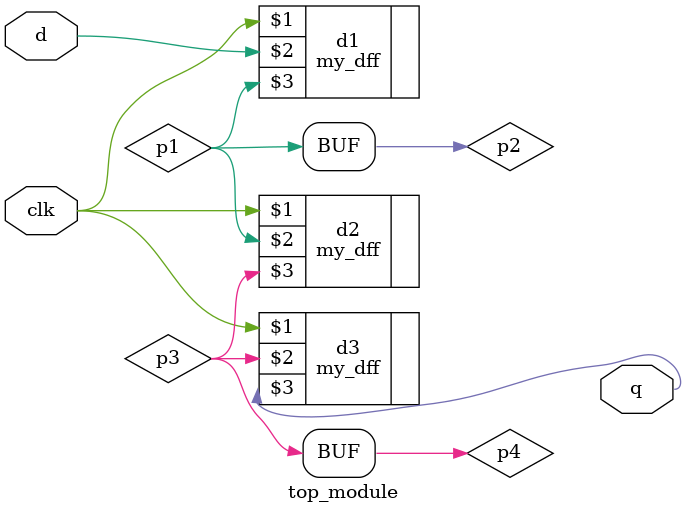
<source format=v>
module top_module ( input clk, input d, output q );
    //input dd;
    //output q1, q2, q3;
    wire p1,p2,p3,p4;
    //assign q = ppp;
    my_dff d1(clk, d, p1);
    //assign dd = q;
    assign p2 = p1;
    my_dff d2(clk, p2, p3);
    assign p4 = p3;
    my_dff d3(clk, p4, q);
    
endmodule

// office ans
/*
module top_module (
	input clk,
	input d,
	output q
);

	wire a, b;	// Create two wires. I called them a and b.

	// Create three instances of my_dff, with three different instance names (d1, d2, and d3).
	// Connect ports by position: ( input clk, input d, output q)
	my_dff d1 ( clk, d, a );
	my_dff d2 ( clk, a, b );
	my_dff d3 ( clk, b, q );

endmodule
*/

</source>
